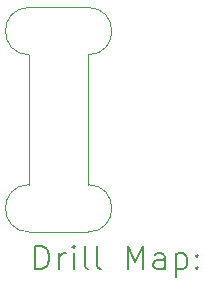
<source format=gbr>
%FSLAX45Y45*%
G04 Gerber Fmt 4.5, Leading zero omitted, Abs format (unit mm)*
G04 Created by KiCad (PCBNEW 6.0.1-79c1e3a40b~116~ubuntu20.04.1) date 2022-01-29 11:44:31*
%MOMM*%
%LPD*%
G01*
G04 APERTURE LIST*
%TA.AperFunction,Profile*%
%ADD10C,0.100000*%
%TD*%
%ADD11C,0.200000*%
G04 APERTURE END LIST*
D10*
X14500000Y-7300000D02*
X15000000Y-7300000D01*
X14500000Y-7950000D02*
X14500000Y-8550000D01*
X14500000Y-9200000D02*
X15000000Y-9200000D01*
X15000000Y-7700000D02*
X15000000Y-8800000D01*
X14500000Y-8550000D02*
X14500000Y-8800000D01*
X15000000Y-9200000D02*
G75*
G03*
X15000000Y-8800000I0J200000D01*
G01*
X14500000Y-7300000D02*
G75*
G03*
X14500000Y-7700000I0J-200000D01*
G01*
X14500000Y-7700000D02*
X14500000Y-7950000D01*
X15000000Y-7700000D02*
G75*
G03*
X15000000Y-7300000I0J200000D01*
G01*
X14500000Y-8800000D02*
G75*
G03*
X14500000Y-9200000I0J-200000D01*
G01*
D11*
X14552619Y-9515476D02*
X14552619Y-9315476D01*
X14600238Y-9315476D01*
X14628809Y-9325000D01*
X14647857Y-9344048D01*
X14657381Y-9363095D01*
X14666905Y-9401190D01*
X14666905Y-9429762D01*
X14657381Y-9467857D01*
X14647857Y-9486905D01*
X14628809Y-9505952D01*
X14600238Y-9515476D01*
X14552619Y-9515476D01*
X14752619Y-9515476D02*
X14752619Y-9382143D01*
X14752619Y-9420238D02*
X14762143Y-9401190D01*
X14771667Y-9391667D01*
X14790714Y-9382143D01*
X14809762Y-9382143D01*
X14876428Y-9515476D02*
X14876428Y-9382143D01*
X14876428Y-9315476D02*
X14866905Y-9325000D01*
X14876428Y-9334524D01*
X14885952Y-9325000D01*
X14876428Y-9315476D01*
X14876428Y-9334524D01*
X15000238Y-9515476D02*
X14981190Y-9505952D01*
X14971667Y-9486905D01*
X14971667Y-9315476D01*
X15105000Y-9515476D02*
X15085952Y-9505952D01*
X15076428Y-9486905D01*
X15076428Y-9315476D01*
X15333571Y-9515476D02*
X15333571Y-9315476D01*
X15400238Y-9458333D01*
X15466905Y-9315476D01*
X15466905Y-9515476D01*
X15647857Y-9515476D02*
X15647857Y-9410714D01*
X15638333Y-9391667D01*
X15619286Y-9382143D01*
X15581190Y-9382143D01*
X15562143Y-9391667D01*
X15647857Y-9505952D02*
X15628809Y-9515476D01*
X15581190Y-9515476D01*
X15562143Y-9505952D01*
X15552619Y-9486905D01*
X15552619Y-9467857D01*
X15562143Y-9448810D01*
X15581190Y-9439286D01*
X15628809Y-9439286D01*
X15647857Y-9429762D01*
X15743095Y-9382143D02*
X15743095Y-9582143D01*
X15743095Y-9391667D02*
X15762143Y-9382143D01*
X15800238Y-9382143D01*
X15819286Y-9391667D01*
X15828809Y-9401190D01*
X15838333Y-9420238D01*
X15838333Y-9477381D01*
X15828809Y-9496429D01*
X15819286Y-9505952D01*
X15800238Y-9515476D01*
X15762143Y-9515476D01*
X15743095Y-9505952D01*
X15924048Y-9496429D02*
X15933571Y-9505952D01*
X15924048Y-9515476D01*
X15914524Y-9505952D01*
X15924048Y-9496429D01*
X15924048Y-9515476D01*
X15924048Y-9391667D02*
X15933571Y-9401190D01*
X15924048Y-9410714D01*
X15914524Y-9401190D01*
X15924048Y-9391667D01*
X15924048Y-9410714D01*
M02*

</source>
